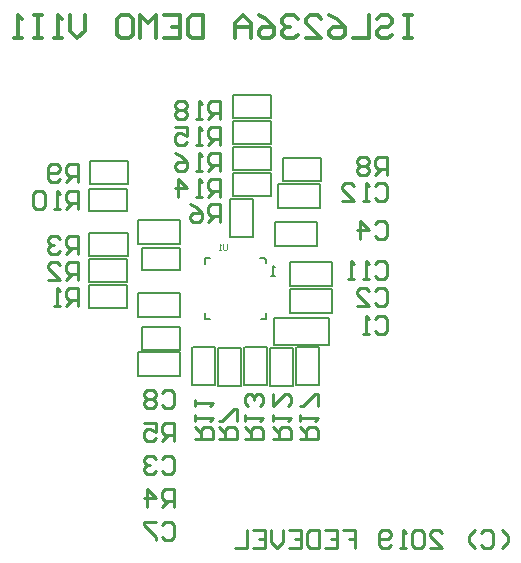
<source format=gbo>
G04*
G04 #@! TF.GenerationSoftware,Altium Limited,Altium Designer,21.9.2 (33)*
G04*
G04 Layer_Color=32896*
%FSLAX44Y44*%
%MOMM*%
G71*
G04*
G04 #@! TF.SameCoordinates,E4C3A579-B693-4A56-8CB7-AE82ACC2EB58*
G04*
G04*
G04 #@! TF.FilePolarity,Positive*
G04*
G01*
G75*
%ADD10C,0.2000*%
%ADD11C,0.2540*%
%ADD46C,0.3500*%
%ADD47C,0.1000*%
D10*
X274000Y276000D02*
X276000Y274000D01*
X270828Y276000D02*
X274000D01*
X224000D02*
X228410D01*
X224000Y271082D02*
Y276000D01*
Y224000D02*
Y228918D01*
Y224000D02*
X228664D01*
X271082D02*
X276000D01*
Y228918D01*
Y271336D02*
Y274000D01*
X213602Y200256D02*
X232398D01*
X213348Y167998D02*
Y200256D01*
Y167998D02*
X232652D01*
Y200256D01*
X235602Y167744D02*
X254398D01*
X254652D02*
Y200002D01*
X235348D02*
X254652D01*
X235348Y167744D02*
Y200002D01*
X257602Y200256D02*
X276398D01*
X257348Y167998D02*
Y200256D01*
Y167998D02*
X276652D01*
Y200256D01*
X279602Y167744D02*
X298398D01*
X298652D02*
Y200002D01*
X279348D02*
X298652D01*
X279348Y167744D02*
Y200002D01*
X301602Y200256D02*
X320398D01*
X301348Y167998D02*
Y200256D01*
Y167998D02*
X320652D01*
Y200256D01*
X282140Y225430D02*
X329130D01*
X282140Y202570D02*
X329130D01*
X282140D02*
Y225430D01*
X329130Y202570D02*
Y225430D01*
X331780Y228840D02*
Y249160D01*
X296220D02*
X331780D01*
X296220Y228840D02*
Y249160D01*
Y228840D02*
X331780D01*
X296220Y251840D02*
Y272160D01*
Y251840D02*
X331780D01*
Y272160D01*
X296220D02*
X331780D01*
X283220Y285840D02*
X318780D01*
X283220D02*
Y306160D01*
X318780D01*
Y285840D02*
Y306160D01*
X286220Y338160D02*
X321780D01*
Y317840D02*
Y338160D01*
X286220Y317840D02*
X321780D01*
X286220D02*
Y338160D01*
X322256Y341602D02*
Y360398D01*
X289998Y360652D02*
X322256D01*
X289998Y341348D02*
Y360652D01*
Y341348D02*
X322256D01*
X279756Y394602D02*
Y413398D01*
X247498Y413652D02*
X279756D01*
X247498Y394348D02*
Y413652D01*
Y394348D02*
X279756D01*
X247744Y372602D02*
Y391398D01*
Y372348D02*
X280002D01*
Y391652D01*
X247744D02*
X280002D01*
X247744Y350602D02*
Y369398D01*
Y350348D02*
X280002D01*
Y369652D01*
X247744D02*
X280002D01*
X247744Y328602D02*
Y347398D01*
Y328348D02*
X280002D01*
Y347652D01*
X247744D02*
X280002D01*
X245602Y293744D02*
X264398D01*
X264652D02*
Y326002D01*
X245348D02*
X264652D01*
X245348Y293744D02*
Y326002D01*
X167720Y175840D02*
X203280D01*
X167720D02*
Y196160D01*
X203280D01*
Y175840D02*
Y196160D01*
X171022Y198602D02*
Y217398D01*
Y198348D02*
X203280D01*
Y217652D01*
X171022D02*
X203280D01*
X167720Y246160D02*
X203280D01*
Y225840D02*
Y246160D01*
X167720Y225840D02*
X203280D01*
X167720D02*
Y246160D01*
X171022Y265348D02*
X203280D01*
X171022D02*
Y284652D01*
X203280D01*
Y265602D02*
Y284398D01*
X167720Y308160D02*
X203280D01*
Y287840D02*
Y308160D01*
X167720Y287840D02*
X203280D01*
X167720D02*
Y308160D01*
X158256Y233602D02*
Y252398D01*
X125998Y252652D02*
X158256D01*
X125998Y233348D02*
Y252652D01*
Y233348D02*
X158256D01*
X125998Y255602D02*
Y274398D01*
Y255348D02*
X158256D01*
Y274652D01*
X125998D02*
X158256D01*
X158510Y277602D02*
Y296398D01*
X126252Y296652D02*
X158510D01*
X126252Y277348D02*
Y296652D01*
Y277348D02*
X158510D01*
X158256Y315602D02*
Y334398D01*
X125998Y334652D02*
X158256D01*
X125998Y315348D02*
Y334652D01*
Y315348D02*
X158256D01*
X126744Y338602D02*
Y357398D01*
Y338348D02*
X159002D01*
Y357652D01*
X126744D02*
X159002D01*
X283242Y260318D02*
X280243D01*
X281742D01*
Y269315D01*
X283242Y267816D01*
D11*
X475236Y30226D02*
X480314Y35304D01*
Y40383D01*
X475236Y45461D01*
X457461Y42922D02*
X460001Y45461D01*
X465079D01*
X467618Y42922D01*
Y32765D01*
X465079Y30226D01*
X460001D01*
X457461Y32765D01*
X452383Y30226D02*
X447305Y35304D01*
Y40383D01*
X452383Y45461D01*
X414295Y30226D02*
X424452D01*
X414295Y40383D01*
Y42922D01*
X416834Y45461D01*
X421913D01*
X424452Y42922D01*
X409217D02*
X406678Y45461D01*
X401600D01*
X399060Y42922D01*
Y32765D01*
X401600Y30226D01*
X406678D01*
X409217Y32765D01*
Y42922D01*
X393982Y30226D02*
X388904D01*
X391443D01*
Y45461D01*
X393982Y42922D01*
X381286Y32765D02*
X378747Y30226D01*
X373669D01*
X371129Y32765D01*
Y42922D01*
X373669Y45461D01*
X378747D01*
X381286Y42922D01*
Y40383D01*
X378747Y37843D01*
X371129D01*
X340659Y45461D02*
X350816D01*
Y37843D01*
X345738D01*
X350816D01*
Y30226D01*
X325424Y45461D02*
X335581D01*
Y30226D01*
X325424D01*
X335581Y37843D02*
X330503D01*
X320346Y45461D02*
Y30226D01*
X312728D01*
X310189Y32765D01*
Y42922D01*
X312728Y45461D01*
X320346D01*
X294954D02*
X305111D01*
Y30226D01*
X294954D01*
X305111Y37843D02*
X300032D01*
X289876Y45461D02*
Y35304D01*
X284797Y30226D01*
X279719Y35304D01*
Y45461D01*
X264484D02*
X274641D01*
Y30226D01*
X264484D01*
X274641Y37843D02*
X269562D01*
X259405Y45461D02*
Y30226D01*
X249249D01*
X215394Y122941D02*
X230630D01*
Y130559D01*
X228090Y133098D01*
X223012D01*
X220473Y130559D01*
Y122941D01*
Y128020D02*
X215394Y133098D01*
Y138176D02*
Y143255D01*
Y140716D01*
X230630D01*
X228090Y138176D01*
X215394Y150872D02*
Y155951D01*
Y153412D01*
X230630D01*
X228090Y150872D01*
X235968Y122942D02*
X251203D01*
Y130560D01*
X248664Y133099D01*
X243586D01*
X241047Y130560D01*
Y122942D01*
Y128020D02*
X235968Y133099D01*
X251203Y138177D02*
Y148334D01*
X248664D01*
X238508Y138177D01*
X235968D01*
X258321Y122942D02*
X273556D01*
Y130560D01*
X271016Y133099D01*
X265938D01*
X263399Y130560D01*
Y122942D01*
Y128020D02*
X258321Y133099D01*
Y138177D02*
Y143256D01*
Y140716D01*
X273556D01*
X271016Y138177D01*
Y150873D02*
X273556Y153412D01*
Y158491D01*
X271016Y161030D01*
X268477D01*
X265938Y158491D01*
Y155951D01*
Y158491D01*
X263399Y161030D01*
X260860D01*
X258321Y158491D01*
Y153412D01*
X260860Y150873D01*
X281434Y122942D02*
X296670D01*
Y130560D01*
X294130Y133099D01*
X289052D01*
X286513Y130560D01*
Y122942D01*
Y128020D02*
X281434Y133099D01*
Y138177D02*
Y143256D01*
Y140716D01*
X296670D01*
X294130Y138177D01*
X281434Y161030D02*
Y150873D01*
X291591Y161030D01*
X294130D01*
X296670Y158491D01*
Y153412D01*
X294130Y150873D01*
X304802Y122942D02*
X320038D01*
Y130560D01*
X317498Y133099D01*
X312420D01*
X309881Y130560D01*
Y122942D01*
Y128020D02*
X304802Y133099D01*
Y138177D02*
Y143256D01*
Y140716D01*
X320038D01*
X317498Y138177D01*
X320038Y150873D02*
Y161030D01*
X317498D01*
X307342Y150873D01*
X304802D01*
X368173Y223894D02*
X370713Y226433D01*
X375791D01*
X378330Y223894D01*
Y213737D01*
X375791Y211198D01*
X370713D01*
X368173Y213737D01*
X363095Y211198D02*
X358017D01*
X360556D01*
Y226433D01*
X363095Y223894D01*
X368173Y247516D02*
X370713Y250055D01*
X375791D01*
X378330Y247516D01*
Y237359D01*
X375791Y234820D01*
X370713D01*
X368173Y237359D01*
X352938Y234820D02*
X363095D01*
X352938Y244977D01*
Y247516D01*
X355477Y250055D01*
X360556D01*
X363095Y247516D01*
X368173Y270630D02*
X370713Y273169D01*
X375791D01*
X378330Y270630D01*
Y260473D01*
X375791Y257934D01*
X370713D01*
X368173Y260473D01*
X363095Y257934D02*
X358017D01*
X360556D01*
Y273169D01*
X363095Y270630D01*
X350399Y257934D02*
X345321D01*
X347860D01*
Y273169D01*
X350399Y270630D01*
X368173Y304666D02*
X370713Y307205D01*
X375791D01*
X378330Y304666D01*
Y294509D01*
X375791Y291970D01*
X370713D01*
X368173Y294509D01*
X355477Y291970D02*
Y307205D01*
X363095Y299587D01*
X352938D01*
X368173Y336670D02*
X370713Y339209D01*
X375791D01*
X378330Y336670D01*
Y326513D01*
X375791Y323974D01*
X370713D01*
X368173Y326513D01*
X363095Y323974D02*
X358017D01*
X360556D01*
Y339209D01*
X363095Y336670D01*
X340242Y323974D02*
X350399D01*
X340242Y334131D01*
Y336670D01*
X342781Y339209D01*
X347860D01*
X350399Y336670D01*
X378330Y346326D02*
Y361561D01*
X370713D01*
X368173Y359022D01*
Y353943D01*
X370713Y351404D01*
X378330D01*
X373252D02*
X368173Y346326D01*
X363095Y359022D02*
X360556Y361561D01*
X355477D01*
X352938Y359022D01*
Y356483D01*
X355477Y353943D01*
X352938Y351404D01*
Y348865D01*
X355477Y346326D01*
X360556D01*
X363095Y348865D01*
Y351404D01*
X360556Y353943D01*
X363095Y356483D01*
Y359022D01*
X360556Y353943D02*
X355477D01*
X236598Y393824D02*
Y409059D01*
X228981D01*
X226441Y406520D01*
Y401441D01*
X228981Y398902D01*
X236598D01*
X231520D02*
X226441Y393824D01*
X221363D02*
X216285D01*
X218824D01*
Y409059D01*
X221363Y406520D01*
X208667D02*
X206128Y409059D01*
X201049D01*
X198510Y406520D01*
Y403981D01*
X201049Y401441D01*
X198510Y398902D01*
Y396363D01*
X201049Y393824D01*
X206128D01*
X208667Y396363D01*
Y398902D01*
X206128Y401441D01*
X208667Y403981D01*
Y406520D01*
X206128Y401441D02*
X201049D01*
X236598Y371726D02*
Y386961D01*
X228981D01*
X226441Y384422D01*
Y379343D01*
X228981Y376804D01*
X236598D01*
X231520D02*
X226441Y371726D01*
X221363D02*
X216285D01*
X218824D01*
Y386961D01*
X221363Y384422D01*
X198510Y386961D02*
X208667D01*
Y379343D01*
X203589Y381883D01*
X201049D01*
X198510Y379343D01*
Y374265D01*
X201049Y371726D01*
X206128D01*
X208667Y374265D01*
X236598Y349882D02*
Y365117D01*
X228981D01*
X226441Y362578D01*
Y357500D01*
X228981Y354960D01*
X236598D01*
X231520D02*
X226441Y349882D01*
X221363D02*
X216285D01*
X218824D01*
Y365117D01*
X221363Y362578D01*
X198510Y365117D02*
X203589Y362578D01*
X208667Y357500D01*
Y352421D01*
X206128Y349882D01*
X201049D01*
X198510Y352421D01*
Y354960D01*
X201049Y357500D01*
X208667D01*
X236598Y327784D02*
Y343019D01*
X228981D01*
X226441Y340480D01*
Y335401D01*
X228981Y332862D01*
X236598D01*
X231520D02*
X226441Y327784D01*
X221363D02*
X216285D01*
X218824D01*
Y343019D01*
X221363Y340480D01*
X201049Y327784D02*
Y343019D01*
X208667Y335401D01*
X198510D01*
X236598Y306194D02*
Y321429D01*
X228981D01*
X226441Y318890D01*
Y313811D01*
X228981Y311272D01*
X236598D01*
X231520D02*
X226441Y306194D01*
X211206Y321429D02*
X216285Y318890D01*
X221363Y313811D01*
Y308733D01*
X218824Y306194D01*
X213745D01*
X211206Y308733D01*
Y311272D01*
X213745Y313811D01*
X221363D01*
X187325Y49650D02*
X189865Y52189D01*
X194943D01*
X197482Y49650D01*
Y39493D01*
X194943Y36954D01*
X189865D01*
X187325Y39493D01*
X182247Y52189D02*
X172090D01*
Y49650D01*
X182247Y39493D01*
Y36954D01*
X197482Y64957D02*
Y80193D01*
X189865D01*
X187325Y77653D01*
Y72575D01*
X189865Y70036D01*
X197482D01*
X192404D02*
X187325Y64957D01*
X174629D02*
Y80193D01*
X182247Y72575D01*
X172090D01*
X187325Y105657D02*
X189865Y108196D01*
X194943D01*
X197482Y105657D01*
Y95500D01*
X194943Y92961D01*
X189865D01*
X187325Y95500D01*
X182247Y105657D02*
X179708Y108196D01*
X174629D01*
X172090Y105657D01*
Y103118D01*
X174629Y100578D01*
X177169D01*
X174629D01*
X172090Y98039D01*
Y95500D01*
X174629Y92961D01*
X179708D01*
X182247Y95500D01*
X197482Y120964D02*
Y136200D01*
X189865D01*
X187325Y133660D01*
Y128582D01*
X189865Y126043D01*
X197482D01*
X192404D02*
X187325Y120964D01*
X172090Y136200D02*
X182247D01*
Y128582D01*
X177169Y131121D01*
X174629D01*
X172090Y128582D01*
Y123504D01*
X174629Y120964D01*
X179708D01*
X182247Y123504D01*
X187325Y161664D02*
X189865Y164203D01*
X194943D01*
X197482Y161664D01*
Y151507D01*
X194943Y148968D01*
X189865D01*
X187325Y151507D01*
X182247Y161664D02*
X179708Y164203D01*
X174629D01*
X172090Y161664D01*
Y159125D01*
X174629Y156586D01*
X172090Y154046D01*
Y151507D01*
X174629Y148968D01*
X179708D01*
X182247Y151507D01*
Y154046D01*
X179708Y156586D01*
X182247Y159125D01*
Y161664D01*
X179708Y156586D02*
X174629D01*
X116202Y235328D02*
Y250563D01*
X108584D01*
X106045Y248024D01*
Y242945D01*
X108584Y240406D01*
X116202D01*
X111124D02*
X106045Y235328D01*
X100967D02*
X95889D01*
X98428D01*
Y250563D01*
X100967Y248024D01*
X116202Y257426D02*
Y272661D01*
X108584D01*
X106045Y270122D01*
Y265044D01*
X108584Y262504D01*
X116202D01*
X111124D02*
X106045Y257426D01*
X90810D02*
X100967D01*
X90810Y267583D01*
Y270122D01*
X93349Y272661D01*
X98428D01*
X100967Y270122D01*
X116456Y279270D02*
Y294505D01*
X108839D01*
X106299Y291966D01*
Y286887D01*
X108839Y284348D01*
X116456D01*
X111378D02*
X106299Y279270D01*
X101221Y291966D02*
X98682Y294505D01*
X93603D01*
X91064Y291966D01*
Y289427D01*
X93603Y286887D01*
X96143D01*
X93603D01*
X91064Y284348D01*
Y281809D01*
X93603Y279270D01*
X98682D01*
X101221Y281809D01*
X116202Y317370D02*
Y332605D01*
X108584D01*
X106045Y330066D01*
Y324987D01*
X108584Y322448D01*
X116202D01*
X111124D02*
X106045Y317370D01*
X100967D02*
X95889D01*
X98428D01*
Y332605D01*
X100967Y330066D01*
X88271D02*
X85732Y332605D01*
X80653D01*
X78114Y330066D01*
Y319909D01*
X80653Y317370D01*
X85732D01*
X88271Y319909D01*
Y330066D01*
X116710Y340484D02*
Y355719D01*
X109093D01*
X106553Y353180D01*
Y348102D01*
X109093Y345562D01*
X116710D01*
X111632D02*
X106553Y340484D01*
X101475Y343023D02*
X98936Y340484D01*
X93857D01*
X91318Y343023D01*
Y353180D01*
X93857Y355719D01*
X98936D01*
X101475Y353180D01*
Y350641D01*
X98936Y348102D01*
X91318D01*
D46*
X399344Y481710D02*
X392679D01*
X396012D01*
Y461716D01*
X399344D01*
X392679D01*
X369354Y478377D02*
X372686Y481710D01*
X379351D01*
X382683Y478377D01*
Y475045D01*
X379351Y471713D01*
X372686D01*
X369354Y468381D01*
Y465048D01*
X372686Y461716D01*
X379351D01*
X382683Y465048D01*
X362689Y481710D02*
Y461716D01*
X349360D01*
X329367Y481710D02*
X336031Y478377D01*
X342696Y471713D01*
Y465048D01*
X339363Y461716D01*
X332699D01*
X329367Y465048D01*
Y468381D01*
X332699Y471713D01*
X342696D01*
X309373Y461716D02*
X322702D01*
X309373Y475045D01*
Y478377D01*
X312705Y481710D01*
X319370D01*
X322702Y478377D01*
X302708D02*
X299376Y481710D01*
X292712D01*
X289380Y478377D01*
Y475045D01*
X292712Y471713D01*
X296044D01*
X292712D01*
X289380Y468381D01*
Y465048D01*
X292712Y461716D01*
X299376D01*
X302708Y465048D01*
X269386Y481710D02*
X276050Y478377D01*
X282715Y471713D01*
Y465048D01*
X279383Y461716D01*
X272718D01*
X269386Y465048D01*
Y468381D01*
X272718Y471713D01*
X282715D01*
X262721Y461716D02*
Y475045D01*
X256057Y481710D01*
X249392Y475045D01*
Y461716D01*
Y471713D01*
X262721D01*
X222734Y481710D02*
Y461716D01*
X212738D01*
X209405Y465048D01*
Y478377D01*
X212738Y481710D01*
X222734D01*
X189412D02*
X202741D01*
Y461716D01*
X189412D01*
X202741Y471713D02*
X196076D01*
X182747Y461716D02*
Y481710D01*
X176083Y475045D01*
X169418Y481710D01*
Y461716D01*
X152757Y481710D02*
X159421D01*
X162754Y478377D01*
Y465048D01*
X159421Y461716D01*
X152757D01*
X149425Y465048D01*
Y478377D01*
X152757Y481710D01*
X122767D02*
Y468381D01*
X116102Y461716D01*
X109437Y468381D01*
Y481710D01*
X102773Y461716D02*
X96108D01*
X99441D01*
Y481710D01*
X102773Y478377D01*
X86112Y481710D02*
X79447D01*
X82779D01*
Y461716D01*
X86112D01*
X79447D01*
X69450D02*
X62786D01*
X66118D01*
Y481710D01*
X69450Y478377D01*
D47*
X242600Y287741D02*
Y283576D01*
X241767Y282743D01*
X240101D01*
X239268Y283576D01*
Y287741D01*
X237602Y282743D02*
X235936D01*
X236769D01*
Y287741D01*
X237602Y286908D01*
M02*

</source>
